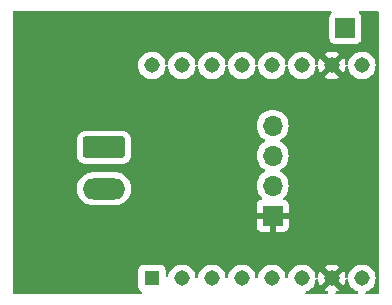
<source format=gbr>
%TF.GenerationSoftware,KiCad,Pcbnew,8.0.2*%
%TF.CreationDate,2025-01-19T23:34:00+01:00*%
%TF.ProjectId,DFPlayer_ADD_ON,4446506c-6179-4657-925f-4144445f4f4e,rev?*%
%TF.SameCoordinates,Original*%
%TF.FileFunction,Copper,L2,Bot*%
%TF.FilePolarity,Positive*%
%FSLAX46Y46*%
G04 Gerber Fmt 4.6, Leading zero omitted, Abs format (unit mm)*
G04 Created by KiCad (PCBNEW 8.0.2) date 2025-01-19 23:34:00*
%MOMM*%
%LPD*%
G01*
G04 APERTURE LIST*
G04 Aperture macros list*
%AMRoundRect*
0 Rectangle with rounded corners*
0 $1 Rounding radius*
0 $2 $3 $4 $5 $6 $7 $8 $9 X,Y pos of 4 corners*
0 Add a 4 corners polygon primitive as box body*
4,1,4,$2,$3,$4,$5,$6,$7,$8,$9,$2,$3,0*
0 Add four circle primitives for the rounded corners*
1,1,$1+$1,$2,$3*
1,1,$1+$1,$4,$5*
1,1,$1+$1,$6,$7*
1,1,$1+$1,$8,$9*
0 Add four rect primitives between the rounded corners*
20,1,$1+$1,$2,$3,$4,$5,0*
20,1,$1+$1,$4,$5,$6,$7,0*
20,1,$1+$1,$6,$7,$8,$9,0*
20,1,$1+$1,$8,$9,$2,$3,0*%
G04 Aperture macros list end*
%TA.AperFunction,ComponentPad*%
%ADD10RoundRect,0.250000X-1.550000X0.650000X-1.550000X-0.650000X1.550000X-0.650000X1.550000X0.650000X0*%
%TD*%
%TA.AperFunction,ComponentPad*%
%ADD11O,3.600000X1.800000*%
%TD*%
%TA.AperFunction,ComponentPad*%
%ADD12R,1.308000X1.308000*%
%TD*%
%TA.AperFunction,ComponentPad*%
%ADD13C,1.308000*%
%TD*%
%TA.AperFunction,ComponentPad*%
%ADD14R,1.700000X1.700000*%
%TD*%
%TA.AperFunction,ComponentPad*%
%ADD15O,1.700000X1.700000*%
%TD*%
%TA.AperFunction,ViaPad*%
%ADD16C,0.600000*%
%TD*%
G04 APERTURE END LIST*
D10*
%TO.P,J3,1,Pin_1*%
%TO.N,/SPK1*%
X126717500Y-86570000D03*
D11*
%TO.P,J3,2,Pin_2*%
%TO.N,/SPK2*%
X126717500Y-90070000D03*
%TD*%
D12*
%TO.P,U1,1,VCC*%
%TO.N,+5V*%
X130770000Y-97663000D03*
D13*
%TO.P,U1,2,Rx*%
%TO.N,/Rx*%
X133310000Y-97663000D03*
%TO.P,U1,3,Tx*%
%TO.N,/Tx*%
X135850000Y-97663000D03*
%TO.P,U1,4,DAC_R*%
%TO.N,unconnected-(U1-DAC_R-Pad4)*%
X138390000Y-97663000D03*
%TO.P,U1,5,DAC_L*%
%TO.N,unconnected-(U1-DAC_L-Pad5)*%
X140930000Y-97663000D03*
%TO.P,U1,6,SPK_1*%
%TO.N,/SPK2*%
X143470000Y-97663000D03*
%TO.P,U1,7,GND*%
%TO.N,GND*%
X146010000Y-97663000D03*
%TO.P,U1,8,SPK_2*%
%TO.N,/SPK1*%
X148550000Y-97663000D03*
%TO.P,U1,9,IO_1*%
%TO.N,unconnected-(U1-IO_1-Pad9)*%
X148550000Y-79629000D03*
%TO.P,U1,10,GND*%
%TO.N,GND*%
X146010000Y-79629000D03*
%TO.P,U1,11,IO_2*%
%TO.N,unconnected-(U1-IO_2-Pad11)*%
X143470000Y-79629000D03*
%TO.P,U1,12,ADKEY_1*%
%TO.N,unconnected-(U1-ADKEY_1-Pad12)*%
X140930000Y-79629000D03*
%TO.P,U1,13,ADKEY_2*%
%TO.N,unconnected-(U1-ADKEY_2-Pad13)*%
X138390000Y-79629000D03*
%TO.P,U1,14,USB+*%
%TO.N,unconnected-(U1-USB+-Pad14)*%
X135850000Y-79629000D03*
%TO.P,U1,15,USB-*%
%TO.N,unconnected-(U1-USB--Pad15)*%
X133310000Y-79629000D03*
%TO.P,U1,16,BUSY*%
%TO.N,unconnected-(U1-BUSY-Pad16)*%
X130770000Y-79629000D03*
%TD*%
D14*
%TO.P,J2,1,Pin_1*%
%TO.N,GND*%
X141000000Y-92350000D03*
D15*
%TO.P,J2,2,Pin_2*%
%TO.N,/Rx*%
X141000000Y-89810000D03*
%TO.P,J2,3,Pin_3*%
%TO.N,/Tx*%
X141000000Y-87270000D03*
%TO.P,J2,4,Pin_4*%
%TO.N,+5V*%
X141000000Y-84730000D03*
%TD*%
D14*
%TO.P,J1,1,Pin_1*%
%TO.N,+5V*%
X147153000Y-76454000D03*
%TD*%
D16*
%TO.N,GND*%
X144018000Y-82550000D03*
X148717000Y-94488000D03*
X148082000Y-82423000D03*
X130429000Y-86868000D03*
X149225000Y-76708000D03*
X137541000Y-93218000D03*
X144399000Y-96139000D03*
X148209000Y-90043000D03*
%TD*%
%TA.AperFunction,Conductor*%
%TO.N,GND*%
G36*
X145968489Y-75020185D02*
G01*
X146014244Y-75072989D01*
X146024188Y-75142147D01*
X145995163Y-75205703D01*
X145975765Y-75223762D01*
X145952353Y-75241289D01*
X145945451Y-75246456D01*
X145859206Y-75361664D01*
X145859202Y-75361671D01*
X145808908Y-75496517D01*
X145802501Y-75556116D01*
X145802501Y-75556123D01*
X145802500Y-75556135D01*
X145802500Y-77351870D01*
X145802501Y-77351876D01*
X145808908Y-77411483D01*
X145859202Y-77546328D01*
X145859206Y-77546335D01*
X145945452Y-77661544D01*
X145945455Y-77661547D01*
X146060664Y-77747793D01*
X146060671Y-77747797D01*
X146195517Y-77798091D01*
X146195516Y-77798091D01*
X146202444Y-77798835D01*
X146255127Y-77804500D01*
X148050872Y-77804499D01*
X148110483Y-77798091D01*
X148245331Y-77747796D01*
X148360546Y-77661546D01*
X148446796Y-77546331D01*
X148497091Y-77411483D01*
X148503500Y-77351873D01*
X148503499Y-75556128D01*
X148497091Y-75496517D01*
X148446796Y-75361669D01*
X148446795Y-75361668D01*
X148446793Y-75361664D01*
X148360548Y-75246456D01*
X148360546Y-75246455D01*
X148360546Y-75246454D01*
X148330237Y-75223765D01*
X148288368Y-75167833D01*
X148283384Y-75098141D01*
X148316869Y-75036818D01*
X148378192Y-75003334D01*
X148404550Y-75000500D01*
X149875500Y-75000500D01*
X149942539Y-75020185D01*
X149988294Y-75072989D01*
X149999500Y-75124500D01*
X149999500Y-98875500D01*
X149979815Y-98942539D01*
X149927011Y-98988294D01*
X149875500Y-98999500D01*
X148959358Y-98999500D01*
X148892319Y-98979815D01*
X148846564Y-98927011D01*
X148836620Y-98857853D01*
X148865645Y-98794297D01*
X148914562Y-98759874D01*
X149066810Y-98700893D01*
X149248722Y-98588258D01*
X149406841Y-98444114D01*
X149535781Y-98273370D01*
X149631151Y-98081840D01*
X149631151Y-98081837D01*
X149631153Y-98081835D01*
X149689703Y-97876050D01*
X149689704Y-97876047D01*
X149689713Y-97875956D01*
X149709446Y-97663000D01*
X149706567Y-97631936D01*
X149689704Y-97449952D01*
X149689703Y-97449949D01*
X149631153Y-97244164D01*
X149631150Y-97244158D01*
X149535781Y-97052630D01*
X149406841Y-96881886D01*
X149248722Y-96737742D01*
X149248716Y-96737738D01*
X149248713Y-96737736D01*
X149066813Y-96625108D01*
X149066807Y-96625106D01*
X148867297Y-96547815D01*
X148656980Y-96508500D01*
X148443020Y-96508500D01*
X148232703Y-96547815D01*
X148187812Y-96565206D01*
X148033192Y-96625106D01*
X148033186Y-96625108D01*
X147851286Y-96737736D01*
X147851283Y-96737738D01*
X147851279Y-96737740D01*
X147851278Y-96737742D01*
X147693159Y-96881886D01*
X147693158Y-96881887D01*
X147564219Y-97052629D01*
X147468849Y-97244158D01*
X147468846Y-97244164D01*
X147410296Y-97449949D01*
X147410296Y-97449952D01*
X147403220Y-97526312D01*
X147377434Y-97591249D01*
X147320633Y-97631936D01*
X147250852Y-97635456D01*
X147190246Y-97600690D01*
X147158056Y-97538678D01*
X147156278Y-97526311D01*
X147149211Y-97450045D01*
X147149210Y-97450043D01*
X147090684Y-97244345D01*
X147090678Y-97244330D01*
X146995357Y-97052901D01*
X146995355Y-97052898D01*
X146986018Y-97040534D01*
X146410000Y-97616552D01*
X146410000Y-97610339D01*
X146382741Y-97508606D01*
X146330080Y-97417394D01*
X146255606Y-97342920D01*
X146164394Y-97290259D01*
X146062661Y-97263000D01*
X146056447Y-97263000D01*
X146629912Y-96689533D01*
X146526586Y-96625556D01*
X146526585Y-96625555D01*
X146327162Y-96548299D01*
X146116932Y-96509000D01*
X145903068Y-96509000D01*
X145692837Y-96548299D01*
X145493416Y-96625554D01*
X145493410Y-96625557D01*
X145390087Y-96689532D01*
X145390086Y-96689533D01*
X145963554Y-97263000D01*
X145957339Y-97263000D01*
X145855606Y-97290259D01*
X145764394Y-97342920D01*
X145689920Y-97417394D01*
X145637259Y-97508606D01*
X145610000Y-97610339D01*
X145610000Y-97616553D01*
X145033980Y-97040533D01*
X145024646Y-97052893D01*
X144929321Y-97244330D01*
X144929315Y-97244345D01*
X144870789Y-97450043D01*
X144870789Y-97450044D01*
X144863721Y-97526313D01*
X144837934Y-97591250D01*
X144781133Y-97631937D01*
X144711352Y-97635456D01*
X144650746Y-97600690D01*
X144618557Y-97538677D01*
X144616780Y-97526323D01*
X144609704Y-97449952D01*
X144569727Y-97309446D01*
X144551153Y-97244164D01*
X144551150Y-97244158D01*
X144455781Y-97052630D01*
X144326841Y-96881886D01*
X144168722Y-96737742D01*
X144168716Y-96737738D01*
X144168713Y-96737736D01*
X143986813Y-96625108D01*
X143986807Y-96625106D01*
X143787297Y-96547815D01*
X143576980Y-96508500D01*
X143363020Y-96508500D01*
X143152703Y-96547815D01*
X143107812Y-96565206D01*
X142953192Y-96625106D01*
X142953186Y-96625108D01*
X142771286Y-96737736D01*
X142771283Y-96737738D01*
X142771279Y-96737740D01*
X142771278Y-96737742D01*
X142613159Y-96881886D01*
X142613158Y-96881887D01*
X142484219Y-97052629D01*
X142388849Y-97244158D01*
X142388846Y-97244164D01*
X142330296Y-97449949D01*
X142330295Y-97449952D01*
X142323471Y-97523604D01*
X142297685Y-97588542D01*
X142240884Y-97629229D01*
X142171103Y-97632749D01*
X142110497Y-97597984D01*
X142078307Y-97535971D01*
X142076529Y-97523604D01*
X142069704Y-97449952D01*
X142069703Y-97449949D01*
X142011153Y-97244164D01*
X142011150Y-97244158D01*
X141915781Y-97052630D01*
X141786841Y-96881886D01*
X141628722Y-96737742D01*
X141628716Y-96737738D01*
X141628713Y-96737736D01*
X141446813Y-96625108D01*
X141446807Y-96625106D01*
X141247297Y-96547815D01*
X141036980Y-96508500D01*
X140823020Y-96508500D01*
X140612703Y-96547815D01*
X140567812Y-96565206D01*
X140413192Y-96625106D01*
X140413186Y-96625108D01*
X140231286Y-96737736D01*
X140231283Y-96737738D01*
X140231279Y-96737740D01*
X140231278Y-96737742D01*
X140073159Y-96881886D01*
X140073158Y-96881887D01*
X139944219Y-97052629D01*
X139848849Y-97244158D01*
X139848846Y-97244164D01*
X139790296Y-97449949D01*
X139790295Y-97449952D01*
X139783471Y-97523604D01*
X139757685Y-97588542D01*
X139700884Y-97629229D01*
X139631103Y-97632749D01*
X139570497Y-97597984D01*
X139538307Y-97535971D01*
X139536529Y-97523604D01*
X139529704Y-97449952D01*
X139529703Y-97449949D01*
X139471153Y-97244164D01*
X139471150Y-97244158D01*
X139375781Y-97052630D01*
X139246841Y-96881886D01*
X139088722Y-96737742D01*
X139088716Y-96737738D01*
X139088713Y-96737736D01*
X138906813Y-96625108D01*
X138906807Y-96625106D01*
X138707297Y-96547815D01*
X138496980Y-96508500D01*
X138283020Y-96508500D01*
X138072703Y-96547815D01*
X138027812Y-96565206D01*
X137873192Y-96625106D01*
X137873186Y-96625108D01*
X137691286Y-96737736D01*
X137691283Y-96737738D01*
X137691279Y-96737740D01*
X137691278Y-96737742D01*
X137533159Y-96881886D01*
X137533158Y-96881887D01*
X137404219Y-97052629D01*
X137308849Y-97244158D01*
X137308846Y-97244164D01*
X137250296Y-97449949D01*
X137250295Y-97449952D01*
X137243471Y-97523604D01*
X137217685Y-97588542D01*
X137160884Y-97629229D01*
X137091103Y-97632749D01*
X137030497Y-97597984D01*
X136998307Y-97535971D01*
X136996529Y-97523604D01*
X136989704Y-97449952D01*
X136989703Y-97449949D01*
X136931153Y-97244164D01*
X136931150Y-97244158D01*
X136835781Y-97052630D01*
X136706841Y-96881886D01*
X136548722Y-96737742D01*
X136548716Y-96737738D01*
X136548713Y-96737736D01*
X136366813Y-96625108D01*
X136366807Y-96625106D01*
X136167297Y-96547815D01*
X135956980Y-96508500D01*
X135743020Y-96508500D01*
X135532703Y-96547815D01*
X135487812Y-96565206D01*
X135333192Y-96625106D01*
X135333186Y-96625108D01*
X135151286Y-96737736D01*
X135151283Y-96737738D01*
X135151279Y-96737740D01*
X135151278Y-96737742D01*
X134993159Y-96881886D01*
X134993158Y-96881887D01*
X134864219Y-97052629D01*
X134768849Y-97244158D01*
X134768846Y-97244164D01*
X134710296Y-97449949D01*
X134710295Y-97449952D01*
X134703471Y-97523604D01*
X134677685Y-97588542D01*
X134620884Y-97629229D01*
X134551103Y-97632749D01*
X134490497Y-97597984D01*
X134458307Y-97535971D01*
X134456529Y-97523604D01*
X134449704Y-97449952D01*
X134449703Y-97449949D01*
X134391153Y-97244164D01*
X134391150Y-97244158D01*
X134295781Y-97052630D01*
X134166841Y-96881886D01*
X134008722Y-96737742D01*
X134008716Y-96737738D01*
X134008713Y-96737736D01*
X133826813Y-96625108D01*
X133826807Y-96625106D01*
X133627297Y-96547815D01*
X133416980Y-96508500D01*
X133203020Y-96508500D01*
X132992703Y-96547815D01*
X132947812Y-96565206D01*
X132793192Y-96625106D01*
X132793186Y-96625108D01*
X132611286Y-96737736D01*
X132611283Y-96737738D01*
X132611279Y-96737740D01*
X132611278Y-96737742D01*
X132453159Y-96881886D01*
X132453158Y-96881887D01*
X132324219Y-97052629D01*
X132228849Y-97244158D01*
X132228846Y-97244164D01*
X132168727Y-97455466D01*
X132167513Y-97455120D01*
X132138710Y-97511751D01*
X132078394Y-97547017D01*
X132008586Y-97544076D01*
X131951450Y-97503860D01*
X131925127Y-97439139D01*
X131924499Y-97426675D01*
X131924499Y-96961129D01*
X131924498Y-96961123D01*
X131924497Y-96961116D01*
X131918091Y-96901517D01*
X131910769Y-96881887D01*
X131867797Y-96766671D01*
X131867793Y-96766664D01*
X131781547Y-96651455D01*
X131781544Y-96651452D01*
X131666335Y-96565206D01*
X131666328Y-96565202D01*
X131531482Y-96514908D01*
X131531483Y-96514908D01*
X131471883Y-96508501D01*
X131471881Y-96508500D01*
X131471873Y-96508500D01*
X131471864Y-96508500D01*
X130068129Y-96508500D01*
X130068123Y-96508501D01*
X130008516Y-96514908D01*
X129873671Y-96565202D01*
X129873664Y-96565206D01*
X129758455Y-96651452D01*
X129758452Y-96651455D01*
X129672206Y-96766664D01*
X129672202Y-96766671D01*
X129621908Y-96901517D01*
X129615501Y-96961116D01*
X129615501Y-96961123D01*
X129615500Y-96961135D01*
X129615500Y-98364870D01*
X129615501Y-98364876D01*
X129621908Y-98424483D01*
X129672202Y-98559328D01*
X129672206Y-98559335D01*
X129758452Y-98674544D01*
X129758455Y-98674547D01*
X129873664Y-98760793D01*
X129881454Y-98765047D01*
X129880265Y-98767223D01*
X129925640Y-98801190D01*
X129950056Y-98866655D01*
X129935204Y-98934927D01*
X129885798Y-98984333D01*
X129826372Y-98999500D01*
X119124500Y-98999500D01*
X119057461Y-98979815D01*
X119011706Y-98927011D01*
X119000500Y-98875500D01*
X119000500Y-89959778D01*
X124417000Y-89959778D01*
X124417000Y-90180221D01*
X124451485Y-90397952D01*
X124519603Y-90607603D01*
X124519604Y-90607606D01*
X124557206Y-90681402D01*
X124619528Y-90803714D01*
X124619687Y-90804025D01*
X124749252Y-90982358D01*
X124749256Y-90982363D01*
X124905136Y-91138243D01*
X124905141Y-91138247D01*
X124914523Y-91145063D01*
X125083478Y-91267815D01*
X125211875Y-91333237D01*
X125279893Y-91367895D01*
X125279896Y-91367896D01*
X125355991Y-91392620D01*
X125489549Y-91436015D01*
X125707278Y-91470500D01*
X125707279Y-91470500D01*
X127727721Y-91470500D01*
X127727722Y-91470500D01*
X127945451Y-91436015D01*
X128155106Y-91367895D01*
X128351522Y-91267815D01*
X128529865Y-91138242D01*
X128685742Y-90982365D01*
X128815315Y-90804022D01*
X128915395Y-90607606D01*
X128983515Y-90397951D01*
X129018000Y-90180222D01*
X129018000Y-89959778D01*
X128983515Y-89742049D01*
X128915395Y-89532394D01*
X128915395Y-89532393D01*
X128880737Y-89464375D01*
X128815315Y-89335978D01*
X128798760Y-89313192D01*
X128685747Y-89157641D01*
X128685743Y-89157636D01*
X128529863Y-89001756D01*
X128529858Y-89001752D01*
X128351525Y-88872187D01*
X128351524Y-88872186D01*
X128351522Y-88872185D01*
X128288596Y-88840122D01*
X128155106Y-88772104D01*
X128155103Y-88772103D01*
X127945452Y-88703985D01*
X127836586Y-88686742D01*
X127727722Y-88669500D01*
X125707278Y-88669500D01*
X125634701Y-88680995D01*
X125489547Y-88703985D01*
X125279896Y-88772103D01*
X125279893Y-88772104D01*
X125083474Y-88872187D01*
X124905141Y-89001752D01*
X124905136Y-89001756D01*
X124749256Y-89157636D01*
X124749252Y-89157641D01*
X124619687Y-89335974D01*
X124519604Y-89532393D01*
X124519603Y-89532396D01*
X124451485Y-89742047D01*
X124417000Y-89959778D01*
X119000500Y-89959778D01*
X119000500Y-85869983D01*
X124417000Y-85869983D01*
X124417000Y-87270001D01*
X124417001Y-87270018D01*
X124427500Y-87372796D01*
X124427501Y-87372799D01*
X124471442Y-87505403D01*
X124482686Y-87539334D01*
X124574788Y-87688656D01*
X124698844Y-87812712D01*
X124848166Y-87904814D01*
X125014703Y-87959999D01*
X125117491Y-87970500D01*
X128317508Y-87970499D01*
X128420297Y-87959999D01*
X128586834Y-87904814D01*
X128736156Y-87812712D01*
X128860212Y-87688656D01*
X128952314Y-87539334D01*
X129007499Y-87372797D01*
X129018000Y-87270009D01*
X129017999Y-85869992D01*
X129007499Y-85767203D01*
X128952314Y-85600666D01*
X128860212Y-85451344D01*
X128736156Y-85327288D01*
X128586834Y-85235186D01*
X128420297Y-85180001D01*
X128420295Y-85180000D01*
X128317510Y-85169500D01*
X125117498Y-85169500D01*
X125117481Y-85169501D01*
X125014703Y-85180000D01*
X125014700Y-85180001D01*
X124848168Y-85235185D01*
X124848163Y-85235187D01*
X124698842Y-85327289D01*
X124574789Y-85451342D01*
X124482687Y-85600663D01*
X124482686Y-85600666D01*
X124427501Y-85767203D01*
X124427501Y-85767204D01*
X124427500Y-85767204D01*
X124417000Y-85869983D01*
X119000500Y-85869983D01*
X119000500Y-84729999D01*
X139644341Y-84729999D01*
X139644341Y-84730000D01*
X139664936Y-84965403D01*
X139664938Y-84965413D01*
X139726094Y-85193655D01*
X139726096Y-85193659D01*
X139726097Y-85193663D01*
X139745460Y-85235186D01*
X139825965Y-85407830D01*
X139825967Y-85407834D01*
X139934281Y-85562521D01*
X139960990Y-85600666D01*
X139961501Y-85601395D01*
X139961506Y-85601402D01*
X140128597Y-85768493D01*
X140128603Y-85768498D01*
X140314158Y-85898425D01*
X140357783Y-85953002D01*
X140364977Y-86022500D01*
X140333454Y-86084855D01*
X140314158Y-86101575D01*
X140128597Y-86231505D01*
X139961505Y-86398597D01*
X139825965Y-86592169D01*
X139825964Y-86592171D01*
X139726098Y-86806335D01*
X139726094Y-86806344D01*
X139664938Y-87034586D01*
X139664936Y-87034596D01*
X139644341Y-87269999D01*
X139644341Y-87270000D01*
X139664936Y-87505403D01*
X139664938Y-87505413D01*
X139726094Y-87733655D01*
X139726096Y-87733659D01*
X139726097Y-87733663D01*
X139805905Y-87904812D01*
X139825965Y-87947830D01*
X139825967Y-87947834D01*
X139961501Y-88141395D01*
X139961506Y-88141402D01*
X140128597Y-88308493D01*
X140128603Y-88308498D01*
X140314158Y-88438425D01*
X140357783Y-88493002D01*
X140364977Y-88562500D01*
X140333454Y-88624855D01*
X140314158Y-88641575D01*
X140128597Y-88771505D01*
X139961505Y-88938597D01*
X139825965Y-89132169D01*
X139825964Y-89132171D01*
X139726098Y-89346335D01*
X139726094Y-89346344D01*
X139664938Y-89574586D01*
X139664936Y-89574596D01*
X139644341Y-89809999D01*
X139644341Y-89810000D01*
X139664936Y-90045403D01*
X139664938Y-90045413D01*
X139726094Y-90273655D01*
X139726096Y-90273659D01*
X139726097Y-90273663D01*
X139784054Y-90397951D01*
X139825965Y-90487830D01*
X139825967Y-90487834D01*
X139909831Y-90607603D01*
X139961501Y-90681396D01*
X139961506Y-90681402D01*
X140083818Y-90803714D01*
X140117303Y-90865037D01*
X140112319Y-90934729D01*
X140070447Y-90990662D01*
X140039471Y-91007577D01*
X139907912Y-91056646D01*
X139907906Y-91056649D01*
X139792812Y-91142809D01*
X139792809Y-91142812D01*
X139706649Y-91257906D01*
X139706645Y-91257913D01*
X139656403Y-91392620D01*
X139656401Y-91392627D01*
X139650000Y-91452155D01*
X139650000Y-92100000D01*
X140566988Y-92100000D01*
X140534075Y-92157007D01*
X140500000Y-92284174D01*
X140500000Y-92415826D01*
X140534075Y-92542993D01*
X140566988Y-92600000D01*
X139650000Y-92600000D01*
X139650000Y-93247844D01*
X139656401Y-93307372D01*
X139656403Y-93307379D01*
X139706645Y-93442086D01*
X139706649Y-93442093D01*
X139792809Y-93557187D01*
X139792812Y-93557190D01*
X139907906Y-93643350D01*
X139907913Y-93643354D01*
X140042620Y-93693596D01*
X140042627Y-93693598D01*
X140102155Y-93699999D01*
X140102172Y-93700000D01*
X140750000Y-93700000D01*
X140750000Y-92783012D01*
X140807007Y-92815925D01*
X140934174Y-92850000D01*
X141065826Y-92850000D01*
X141192993Y-92815925D01*
X141250000Y-92783012D01*
X141250000Y-93700000D01*
X141897828Y-93700000D01*
X141897844Y-93699999D01*
X141957372Y-93693598D01*
X141957379Y-93693596D01*
X142092086Y-93643354D01*
X142092093Y-93643350D01*
X142207187Y-93557190D01*
X142207190Y-93557187D01*
X142293350Y-93442093D01*
X142293354Y-93442086D01*
X142343596Y-93307379D01*
X142343598Y-93307372D01*
X142349999Y-93247844D01*
X142350000Y-93247827D01*
X142350000Y-92600000D01*
X141433012Y-92600000D01*
X141465925Y-92542993D01*
X141500000Y-92415826D01*
X141500000Y-92284174D01*
X141465925Y-92157007D01*
X141433012Y-92100000D01*
X142350000Y-92100000D01*
X142350000Y-91452172D01*
X142349999Y-91452155D01*
X142343598Y-91392627D01*
X142343596Y-91392620D01*
X142293354Y-91257913D01*
X142293350Y-91257906D01*
X142207190Y-91142812D01*
X142207187Y-91142809D01*
X142092093Y-91056649D01*
X142092088Y-91056646D01*
X141960528Y-91007577D01*
X141904595Y-90965705D01*
X141880178Y-90900241D01*
X141895030Y-90831968D01*
X141916175Y-90803720D01*
X142038495Y-90681401D01*
X142174035Y-90487830D01*
X142273903Y-90273663D01*
X142335063Y-90045408D01*
X142355659Y-89810000D01*
X142335063Y-89574592D01*
X142273903Y-89346337D01*
X142174035Y-89132171D01*
X142082720Y-89001758D01*
X142038494Y-88938597D01*
X141871402Y-88771506D01*
X141871396Y-88771501D01*
X141685842Y-88641575D01*
X141642217Y-88586998D01*
X141635023Y-88517500D01*
X141666546Y-88455145D01*
X141685842Y-88438425D01*
X141708026Y-88422891D01*
X141871401Y-88308495D01*
X142038495Y-88141401D01*
X142174035Y-87947830D01*
X142273903Y-87733663D01*
X142335063Y-87505408D01*
X142355659Y-87270000D01*
X142335063Y-87034592D01*
X142273903Y-86806337D01*
X142174035Y-86592171D01*
X142038495Y-86398599D01*
X142038494Y-86398597D01*
X141871402Y-86231506D01*
X141871396Y-86231501D01*
X141685842Y-86101575D01*
X141642217Y-86046998D01*
X141635023Y-85977500D01*
X141666546Y-85915145D01*
X141685842Y-85898425D01*
X141726464Y-85869981D01*
X141871401Y-85768495D01*
X142038495Y-85601401D01*
X142174035Y-85407830D01*
X142273903Y-85193663D01*
X142335063Y-84965408D01*
X142355659Y-84730000D01*
X142335063Y-84494592D01*
X142273903Y-84266337D01*
X142174035Y-84052171D01*
X142038495Y-83858599D01*
X142038494Y-83858597D01*
X141871402Y-83691506D01*
X141871395Y-83691501D01*
X141677834Y-83555967D01*
X141677830Y-83555965D01*
X141677828Y-83555964D01*
X141463663Y-83456097D01*
X141463659Y-83456096D01*
X141463655Y-83456094D01*
X141235413Y-83394938D01*
X141235403Y-83394936D01*
X141000001Y-83374341D01*
X140999999Y-83374341D01*
X140764596Y-83394936D01*
X140764586Y-83394938D01*
X140536344Y-83456094D01*
X140536335Y-83456098D01*
X140322171Y-83555964D01*
X140322169Y-83555965D01*
X140128597Y-83691505D01*
X139961505Y-83858597D01*
X139825965Y-84052169D01*
X139825964Y-84052171D01*
X139726098Y-84266335D01*
X139726094Y-84266344D01*
X139664938Y-84494586D01*
X139664936Y-84494596D01*
X139644341Y-84729999D01*
X119000500Y-84729999D01*
X119000500Y-79628999D01*
X129610554Y-79628999D01*
X129610554Y-79629000D01*
X129630295Y-79842047D01*
X129630296Y-79842050D01*
X129688846Y-80047835D01*
X129688849Y-80047840D01*
X129784219Y-80239370D01*
X129913159Y-80410114D01*
X130071278Y-80554258D01*
X130071283Y-80554261D01*
X130071286Y-80554263D01*
X130253186Y-80666891D01*
X130253187Y-80666891D01*
X130253190Y-80666893D01*
X130452703Y-80744185D01*
X130663020Y-80783500D01*
X130663022Y-80783500D01*
X130876978Y-80783500D01*
X130876980Y-80783500D01*
X131087297Y-80744185D01*
X131286810Y-80666893D01*
X131468722Y-80554258D01*
X131626841Y-80410114D01*
X131755781Y-80239370D01*
X131851151Y-80047840D01*
X131851151Y-80047837D01*
X131851153Y-80047835D01*
X131909703Y-79842050D01*
X131909704Y-79842047D01*
X131909713Y-79841956D01*
X131916529Y-79768394D01*
X131942315Y-79703457D01*
X131999116Y-79662770D01*
X132068897Y-79659250D01*
X132129503Y-79694015D01*
X132161693Y-79756028D01*
X132163471Y-79768395D01*
X132170295Y-79842047D01*
X132170296Y-79842050D01*
X132228846Y-80047835D01*
X132228849Y-80047840D01*
X132324219Y-80239370D01*
X132453159Y-80410114D01*
X132611278Y-80554258D01*
X132611283Y-80554261D01*
X132611286Y-80554263D01*
X132793186Y-80666891D01*
X132793187Y-80666891D01*
X132793190Y-80666893D01*
X132992703Y-80744185D01*
X133203020Y-80783500D01*
X133203022Y-80783500D01*
X133416978Y-80783500D01*
X133416980Y-80783500D01*
X133627297Y-80744185D01*
X133826810Y-80666893D01*
X134008722Y-80554258D01*
X134166841Y-80410114D01*
X134295781Y-80239370D01*
X134391151Y-80047840D01*
X134391151Y-80047837D01*
X134391153Y-80047835D01*
X134449703Y-79842050D01*
X134449704Y-79842047D01*
X134449713Y-79841956D01*
X134456529Y-79768394D01*
X134482315Y-79703457D01*
X134539116Y-79662770D01*
X134608897Y-79659250D01*
X134669503Y-79694015D01*
X134701693Y-79756028D01*
X134703471Y-79768395D01*
X134710295Y-79842047D01*
X134710296Y-79842050D01*
X134768846Y-80047835D01*
X134768849Y-80047840D01*
X134864219Y-80239370D01*
X134993159Y-80410114D01*
X135151278Y-80554258D01*
X135151283Y-80554261D01*
X135151286Y-80554263D01*
X135333186Y-80666891D01*
X135333187Y-80666891D01*
X135333190Y-80666893D01*
X135532703Y-80744185D01*
X135743020Y-80783500D01*
X135743022Y-80783500D01*
X135956978Y-80783500D01*
X135956980Y-80783500D01*
X136167297Y-80744185D01*
X136366810Y-80666893D01*
X136548722Y-80554258D01*
X136706841Y-80410114D01*
X136835781Y-80239370D01*
X136931151Y-80047840D01*
X136931151Y-80047837D01*
X136931153Y-80047835D01*
X136989703Y-79842050D01*
X136989704Y-79842047D01*
X136989713Y-79841956D01*
X136996529Y-79768394D01*
X137022315Y-79703457D01*
X137079116Y-79662770D01*
X137148897Y-79659250D01*
X137209503Y-79694015D01*
X137241693Y-79756028D01*
X137243471Y-79768395D01*
X137250295Y-79842047D01*
X137250296Y-79842050D01*
X137308846Y-80047835D01*
X137308849Y-80047840D01*
X137404219Y-80239370D01*
X137533159Y-80410114D01*
X137691278Y-80554258D01*
X137691283Y-80554261D01*
X137691286Y-80554263D01*
X137873186Y-80666891D01*
X137873187Y-80666891D01*
X137873190Y-80666893D01*
X138072703Y-80744185D01*
X138283020Y-80783500D01*
X138283022Y-80783500D01*
X138496978Y-80783500D01*
X138496980Y-80783500D01*
X138707297Y-80744185D01*
X138906810Y-80666893D01*
X139088722Y-80554258D01*
X139246841Y-80410114D01*
X139375781Y-80239370D01*
X139471151Y-80047840D01*
X139471151Y-80047837D01*
X139471153Y-80047835D01*
X139529703Y-79842050D01*
X139529704Y-79842047D01*
X139529713Y-79841956D01*
X139536529Y-79768394D01*
X139562315Y-79703457D01*
X139619116Y-79662770D01*
X139688897Y-79659250D01*
X139749503Y-79694015D01*
X139781693Y-79756028D01*
X139783471Y-79768395D01*
X139790295Y-79842047D01*
X139790296Y-79842050D01*
X139848846Y-80047835D01*
X139848849Y-80047840D01*
X139944219Y-80239370D01*
X140073159Y-80410114D01*
X140231278Y-80554258D01*
X140231283Y-80554261D01*
X140231286Y-80554263D01*
X140413186Y-80666891D01*
X140413187Y-80666891D01*
X140413190Y-80666893D01*
X140612703Y-80744185D01*
X140823020Y-80783500D01*
X140823022Y-80783500D01*
X141036978Y-80783500D01*
X141036980Y-80783500D01*
X141247297Y-80744185D01*
X141446810Y-80666893D01*
X141628722Y-80554258D01*
X141786841Y-80410114D01*
X141915781Y-80239370D01*
X142011151Y-80047840D01*
X142011151Y-80047837D01*
X142011153Y-80047835D01*
X142069703Y-79842050D01*
X142069704Y-79842047D01*
X142069713Y-79841956D01*
X142076529Y-79768394D01*
X142102315Y-79703457D01*
X142159116Y-79662770D01*
X142228897Y-79659250D01*
X142289503Y-79694015D01*
X142321693Y-79756028D01*
X142323471Y-79768395D01*
X142330295Y-79842047D01*
X142330296Y-79842050D01*
X142388846Y-80047835D01*
X142388849Y-80047840D01*
X142484219Y-80239370D01*
X142613159Y-80410114D01*
X142771278Y-80554258D01*
X142771283Y-80554261D01*
X142771286Y-80554263D01*
X142953186Y-80666891D01*
X142953187Y-80666891D01*
X142953190Y-80666893D01*
X143152703Y-80744185D01*
X143363020Y-80783500D01*
X143363022Y-80783500D01*
X143576978Y-80783500D01*
X143576980Y-80783500D01*
X143787297Y-80744185D01*
X143986810Y-80666893D01*
X144168722Y-80554258D01*
X144326841Y-80410114D01*
X144455781Y-80239370D01*
X144551151Y-80047840D01*
X144551151Y-80047837D01*
X144551153Y-80047835D01*
X144609703Y-79842050D01*
X144609704Y-79842048D01*
X144616780Y-79765686D01*
X144642564Y-79700751D01*
X144699364Y-79660063D01*
X144769145Y-79656543D01*
X144829752Y-79691307D01*
X144861943Y-79753320D01*
X144863721Y-79765687D01*
X144870788Y-79841954D01*
X144870789Y-79841956D01*
X144929315Y-80047654D01*
X144929321Y-80047669D01*
X145024642Y-80239099D01*
X145024647Y-80239107D01*
X145033980Y-80251465D01*
X145610000Y-79675445D01*
X145610000Y-79681661D01*
X145637259Y-79783394D01*
X145689920Y-79874606D01*
X145764394Y-79949080D01*
X145855606Y-80001741D01*
X145957339Y-80029000D01*
X145963553Y-80029000D01*
X145390086Y-80602465D01*
X145493413Y-80666443D01*
X145493414Y-80666444D01*
X145692837Y-80743700D01*
X145903068Y-80783000D01*
X146116932Y-80783000D01*
X146327162Y-80743700D01*
X146526585Y-80666444D01*
X146526589Y-80666442D01*
X146629911Y-80602466D01*
X146629911Y-80602465D01*
X146056448Y-80029000D01*
X146062661Y-80029000D01*
X146164394Y-80001741D01*
X146255606Y-79949080D01*
X146330080Y-79874606D01*
X146382741Y-79783394D01*
X146410000Y-79681661D01*
X146410000Y-79675446D01*
X146986018Y-80251464D01*
X146986019Y-80251464D01*
X146995352Y-80239107D01*
X146995355Y-80239102D01*
X147090678Y-80047669D01*
X147090684Y-80047654D01*
X147149210Y-79841956D01*
X147149211Y-79841954D01*
X147156278Y-79765688D01*
X147182064Y-79700751D01*
X147238864Y-79660063D01*
X147308645Y-79656543D01*
X147369252Y-79691308D01*
X147401442Y-79753321D01*
X147403220Y-79765687D01*
X147410296Y-79842048D01*
X147410296Y-79842050D01*
X147468846Y-80047835D01*
X147468849Y-80047840D01*
X147564219Y-80239370D01*
X147693159Y-80410114D01*
X147851278Y-80554258D01*
X147851283Y-80554261D01*
X147851286Y-80554263D01*
X148033186Y-80666891D01*
X148033187Y-80666891D01*
X148033190Y-80666893D01*
X148232703Y-80744185D01*
X148443020Y-80783500D01*
X148443022Y-80783500D01*
X148656978Y-80783500D01*
X148656980Y-80783500D01*
X148867297Y-80744185D01*
X149066810Y-80666893D01*
X149248722Y-80554258D01*
X149406841Y-80410114D01*
X149535781Y-80239370D01*
X149631151Y-80047840D01*
X149631151Y-80047837D01*
X149631153Y-80047835D01*
X149689703Y-79842050D01*
X149689704Y-79842047D01*
X149689713Y-79841956D01*
X149709446Y-79629000D01*
X149706567Y-79597936D01*
X149689704Y-79415952D01*
X149689703Y-79415949D01*
X149631153Y-79210164D01*
X149631150Y-79210158D01*
X149535781Y-79018630D01*
X149406841Y-78847886D01*
X149248722Y-78703742D01*
X149248716Y-78703738D01*
X149248713Y-78703736D01*
X149066813Y-78591108D01*
X149066807Y-78591106D01*
X148867297Y-78513815D01*
X148656980Y-78474500D01*
X148443020Y-78474500D01*
X148232703Y-78513815D01*
X148106533Y-78562693D01*
X148033192Y-78591106D01*
X148033186Y-78591108D01*
X147851286Y-78703736D01*
X147851283Y-78703738D01*
X147851279Y-78703740D01*
X147851278Y-78703742D01*
X147693159Y-78847886D01*
X147693158Y-78847887D01*
X147564219Y-79018629D01*
X147468849Y-79210158D01*
X147468846Y-79210164D01*
X147410296Y-79415949D01*
X147410296Y-79415952D01*
X147403220Y-79492312D01*
X147377434Y-79557249D01*
X147320633Y-79597936D01*
X147250852Y-79601456D01*
X147190246Y-79566690D01*
X147158056Y-79504678D01*
X147156278Y-79492311D01*
X147149211Y-79416045D01*
X147149210Y-79416043D01*
X147090684Y-79210345D01*
X147090678Y-79210330D01*
X146995357Y-79018901D01*
X146995355Y-79018898D01*
X146986018Y-79006534D01*
X146410000Y-79582552D01*
X146410000Y-79576339D01*
X146382741Y-79474606D01*
X146330080Y-79383394D01*
X146255606Y-79308920D01*
X146164394Y-79256259D01*
X146062661Y-79229000D01*
X146056447Y-79229000D01*
X146629912Y-78655533D01*
X146526586Y-78591556D01*
X146526585Y-78591555D01*
X146327162Y-78514299D01*
X146116932Y-78475000D01*
X145903068Y-78475000D01*
X145692837Y-78514299D01*
X145493416Y-78591554D01*
X145493410Y-78591557D01*
X145390087Y-78655532D01*
X145390086Y-78655533D01*
X145963554Y-79229000D01*
X145957339Y-79229000D01*
X145855606Y-79256259D01*
X145764394Y-79308920D01*
X145689920Y-79383394D01*
X145637259Y-79474606D01*
X145610000Y-79576339D01*
X145610000Y-79582553D01*
X145033980Y-79006533D01*
X145024646Y-79018893D01*
X144929321Y-79210330D01*
X144929315Y-79210345D01*
X144870789Y-79416043D01*
X144870789Y-79416044D01*
X144863721Y-79492313D01*
X144837934Y-79557250D01*
X144781133Y-79597937D01*
X144711352Y-79601456D01*
X144650746Y-79566690D01*
X144618557Y-79504677D01*
X144616780Y-79492323D01*
X144609704Y-79415952D01*
X144569727Y-79275446D01*
X144551153Y-79210164D01*
X144551150Y-79210158D01*
X144455781Y-79018630D01*
X144326841Y-78847886D01*
X144168722Y-78703742D01*
X144168716Y-78703738D01*
X144168713Y-78703736D01*
X143986813Y-78591108D01*
X143986807Y-78591106D01*
X143787297Y-78513815D01*
X143576980Y-78474500D01*
X143363020Y-78474500D01*
X143152703Y-78513815D01*
X143026533Y-78562693D01*
X142953192Y-78591106D01*
X142953186Y-78591108D01*
X142771286Y-78703736D01*
X142771283Y-78703738D01*
X142771279Y-78703740D01*
X142771278Y-78703742D01*
X142613159Y-78847886D01*
X142613158Y-78847887D01*
X142484219Y-79018629D01*
X142388849Y-79210158D01*
X142388846Y-79210164D01*
X142330296Y-79415949D01*
X142330295Y-79415952D01*
X142323471Y-79489604D01*
X142297685Y-79554542D01*
X142240884Y-79595229D01*
X142171103Y-79598749D01*
X142110497Y-79563984D01*
X142078307Y-79501971D01*
X142076529Y-79489604D01*
X142069704Y-79415952D01*
X142069703Y-79415949D01*
X142011153Y-79210164D01*
X142011150Y-79210158D01*
X141915781Y-79018630D01*
X141786841Y-78847886D01*
X141628722Y-78703742D01*
X141628716Y-78703738D01*
X141628713Y-78703736D01*
X141446813Y-78591108D01*
X141446807Y-78591106D01*
X141247297Y-78513815D01*
X141036980Y-78474500D01*
X140823020Y-78474500D01*
X140612703Y-78513815D01*
X140486533Y-78562693D01*
X140413192Y-78591106D01*
X140413186Y-78591108D01*
X140231286Y-78703736D01*
X140231283Y-78703738D01*
X140231279Y-78703740D01*
X140231278Y-78703742D01*
X140073159Y-78847886D01*
X140073158Y-78847887D01*
X139944219Y-79018629D01*
X139848849Y-79210158D01*
X139848846Y-79210164D01*
X139790296Y-79415949D01*
X139790295Y-79415952D01*
X139783471Y-79489604D01*
X139757685Y-79554542D01*
X139700884Y-79595229D01*
X139631103Y-79598749D01*
X139570497Y-79563984D01*
X139538307Y-79501971D01*
X139536529Y-79489604D01*
X139529704Y-79415952D01*
X139529703Y-79415949D01*
X139471153Y-79210164D01*
X139471150Y-79210158D01*
X139375781Y-79018630D01*
X139246841Y-78847886D01*
X139088722Y-78703742D01*
X139088716Y-78703738D01*
X139088713Y-78703736D01*
X138906813Y-78591108D01*
X138906807Y-78591106D01*
X138707297Y-78513815D01*
X138496980Y-78474500D01*
X138283020Y-78474500D01*
X138072703Y-78513815D01*
X137946533Y-78562693D01*
X137873192Y-78591106D01*
X137873186Y-78591108D01*
X137691286Y-78703736D01*
X137691283Y-78703738D01*
X137691279Y-78703740D01*
X137691278Y-78703742D01*
X137533159Y-78847886D01*
X137533158Y-78847887D01*
X137404219Y-79018629D01*
X137308849Y-79210158D01*
X137308846Y-79210164D01*
X137250296Y-79415949D01*
X137250295Y-79415952D01*
X137243471Y-79489604D01*
X137217685Y-79554542D01*
X137160884Y-79595229D01*
X137091103Y-79598749D01*
X137030497Y-79563984D01*
X136998307Y-79501971D01*
X136996529Y-79489604D01*
X136989704Y-79415952D01*
X136989703Y-79415949D01*
X136931153Y-79210164D01*
X136931150Y-79210158D01*
X136835781Y-79018630D01*
X136706841Y-78847886D01*
X136548722Y-78703742D01*
X136548716Y-78703738D01*
X136548713Y-78703736D01*
X136366813Y-78591108D01*
X136366807Y-78591106D01*
X136167297Y-78513815D01*
X135956980Y-78474500D01*
X135743020Y-78474500D01*
X135532703Y-78513815D01*
X135406533Y-78562693D01*
X135333192Y-78591106D01*
X135333186Y-78591108D01*
X135151286Y-78703736D01*
X135151283Y-78703738D01*
X135151279Y-78703740D01*
X135151278Y-78703742D01*
X134993159Y-78847886D01*
X134993158Y-78847887D01*
X134864219Y-79018629D01*
X134768849Y-79210158D01*
X134768846Y-79210164D01*
X134710296Y-79415949D01*
X134710295Y-79415952D01*
X134703471Y-79489604D01*
X134677685Y-79554542D01*
X134620884Y-79595229D01*
X134551103Y-79598749D01*
X134490497Y-79563984D01*
X134458307Y-79501971D01*
X134456529Y-79489604D01*
X134449704Y-79415952D01*
X134449703Y-79415949D01*
X134391153Y-79210164D01*
X134391150Y-79210158D01*
X134295781Y-79018630D01*
X134166841Y-78847886D01*
X134008722Y-78703742D01*
X134008716Y-78703738D01*
X134008713Y-78703736D01*
X133826813Y-78591108D01*
X133826807Y-78591106D01*
X133627297Y-78513815D01*
X133416980Y-78474500D01*
X133203020Y-78474500D01*
X132992703Y-78513815D01*
X132866533Y-78562693D01*
X132793192Y-78591106D01*
X132793186Y-78591108D01*
X132611286Y-78703736D01*
X132611283Y-78703738D01*
X132611279Y-78703740D01*
X132611278Y-78703742D01*
X132453159Y-78847886D01*
X132453158Y-78847887D01*
X132324219Y-79018629D01*
X132228849Y-79210158D01*
X132228846Y-79210164D01*
X132170296Y-79415949D01*
X132170295Y-79415952D01*
X132163471Y-79489604D01*
X132137685Y-79554542D01*
X132080884Y-79595229D01*
X132011103Y-79598749D01*
X131950497Y-79563984D01*
X131918307Y-79501971D01*
X131916529Y-79489604D01*
X131909704Y-79415952D01*
X131909703Y-79415949D01*
X131851153Y-79210164D01*
X131851150Y-79210158D01*
X131755781Y-79018630D01*
X131626841Y-78847886D01*
X131468722Y-78703742D01*
X131468716Y-78703738D01*
X131468713Y-78703736D01*
X131286813Y-78591108D01*
X131286807Y-78591106D01*
X131087297Y-78513815D01*
X130876980Y-78474500D01*
X130663020Y-78474500D01*
X130452703Y-78513815D01*
X130326533Y-78562693D01*
X130253192Y-78591106D01*
X130253186Y-78591108D01*
X130071286Y-78703736D01*
X130071283Y-78703738D01*
X130071279Y-78703740D01*
X130071278Y-78703742D01*
X129913159Y-78847886D01*
X129913158Y-78847887D01*
X129784219Y-79018629D01*
X129688849Y-79210158D01*
X129688846Y-79210164D01*
X129630296Y-79415949D01*
X129630295Y-79415952D01*
X129610554Y-79628999D01*
X119000500Y-79628999D01*
X119000500Y-75124500D01*
X119020185Y-75057461D01*
X119072989Y-75011706D01*
X119124500Y-75000500D01*
X145901450Y-75000500D01*
X145968489Y-75020185D01*
G37*
%TD.AperFunction*%
%TA.AperFunction,Conductor*%
G36*
X144829752Y-97725307D02*
G01*
X144861943Y-97787320D01*
X144863721Y-97799687D01*
X144870788Y-97875954D01*
X144870789Y-97875956D01*
X144929315Y-98081654D01*
X144929321Y-98081669D01*
X145024642Y-98273099D01*
X145024647Y-98273107D01*
X145033980Y-98285465D01*
X145610000Y-97709445D01*
X145610000Y-97715661D01*
X145637259Y-97817394D01*
X145689920Y-97908606D01*
X145764394Y-97983080D01*
X145855606Y-98035741D01*
X145957339Y-98063000D01*
X145963553Y-98063000D01*
X145390086Y-98636465D01*
X145493413Y-98700443D01*
X145493414Y-98700444D01*
X145646818Y-98759873D01*
X145702219Y-98802446D01*
X145725810Y-98868213D01*
X145710099Y-98936293D01*
X145660075Y-98985072D01*
X145602024Y-98999500D01*
X143879358Y-98999500D01*
X143812319Y-98979815D01*
X143766564Y-98927011D01*
X143756620Y-98857853D01*
X143785645Y-98794297D01*
X143834562Y-98759874D01*
X143986810Y-98700893D01*
X144168722Y-98588258D01*
X144326841Y-98444114D01*
X144455781Y-98273370D01*
X144551151Y-98081840D01*
X144551151Y-98081837D01*
X144551153Y-98081835D01*
X144609703Y-97876050D01*
X144609704Y-97876048D01*
X144616780Y-97799686D01*
X144642564Y-97734751D01*
X144699364Y-97694063D01*
X144769145Y-97690543D01*
X144829752Y-97725307D01*
G37*
%TD.AperFunction*%
%TA.AperFunction,Conductor*%
G36*
X147369252Y-97725308D02*
G01*
X147401442Y-97787321D01*
X147403220Y-97799687D01*
X147410296Y-97876048D01*
X147410296Y-97876050D01*
X147468846Y-98081835D01*
X147468849Y-98081840D01*
X147564219Y-98273370D01*
X147693159Y-98444114D01*
X147851278Y-98588258D01*
X147851283Y-98588261D01*
X147851286Y-98588263D01*
X148033186Y-98700891D01*
X148033187Y-98700891D01*
X148033190Y-98700893D01*
X148185437Y-98759874D01*
X148240837Y-98802446D01*
X148264428Y-98868213D01*
X148248717Y-98936293D01*
X148198693Y-98985072D01*
X148140642Y-98999500D01*
X146417976Y-98999500D01*
X146350937Y-98979815D01*
X146305182Y-98927011D01*
X146295238Y-98857853D01*
X146324263Y-98794297D01*
X146373182Y-98759873D01*
X146526585Y-98700444D01*
X146526589Y-98700442D01*
X146629911Y-98636466D01*
X146629911Y-98636465D01*
X146056448Y-98063000D01*
X146062661Y-98063000D01*
X146164394Y-98035741D01*
X146255606Y-97983080D01*
X146330080Y-97908606D01*
X146382741Y-97817394D01*
X146410000Y-97715661D01*
X146410000Y-97709446D01*
X146986018Y-98285464D01*
X146986019Y-98285464D01*
X146995352Y-98273107D01*
X146995355Y-98273102D01*
X147090678Y-98081669D01*
X147090684Y-98081654D01*
X147149210Y-97875956D01*
X147149211Y-97875954D01*
X147156278Y-97799688D01*
X147182064Y-97734751D01*
X147238864Y-97694063D01*
X147308645Y-97690543D01*
X147369252Y-97725308D01*
G37*
%TD.AperFunction*%
%TD*%
M02*

</source>
